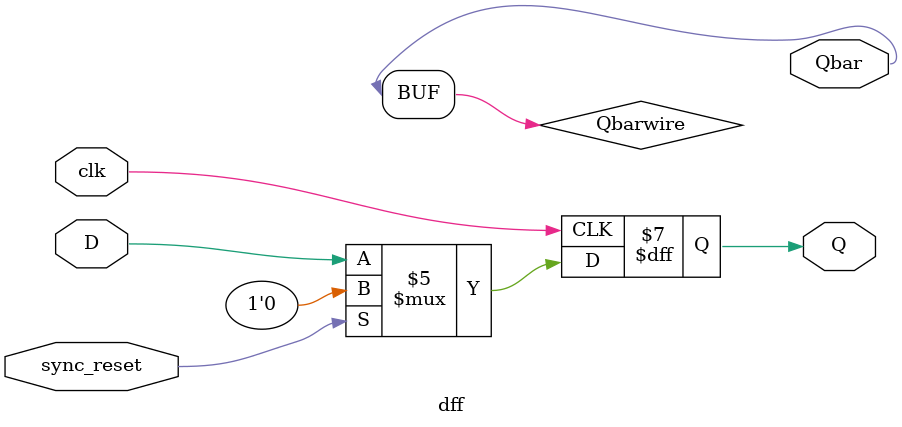
<source format=v>
module dff(
    input D,
    input clk,
    input sync_reset,
    output reg Q,
    output reg Qbar
);

wire Qbarwire;

not not1(Qbarwire, Qbar);

always @(posedge clk) 
    begin
    if (sync_reset) 
        Q <= 1'b0;
     else
        Q <= D;
    end

always @(*)
    Qbar = Qbarwire;

endmodule
</source>
